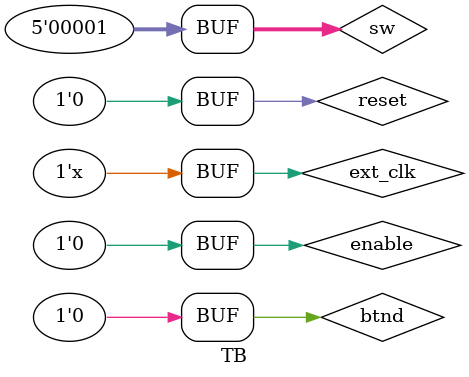
<source format=v>
`timescale 1ns / 1ps

module TB;

	// Inputs
	reg enable;
	reg reset;
	reg ext_clk;
	reg [4:0] sw;
	reg btnd;

	// Outputs
	wire [7:0] color;
	wire HSync;
	wire VSync;
	wire on;
	wire [3:0] an;
	wire [7:0] seg;

	// Instantiate the Unit Under Test (UUT)
	computer uut (
		.enable(enable), 
		.reset(reset), 
		.ext_clk(ext_clk), 
		.color(color), 
		.HSync(HSync), 
		.VSync(VSync),
		.sw(sw), 
		.btnd(btnd), 
		.an(an), 
		.seg(seg)
	);

	initial begin
		// Initialize Inputs
		enable = 0;
		reset = 1;
		ext_clk = 0;
		sw = 0;
		btnd = 0;
		
		#11;
		
		sw <= 1;
		#7 reset <= 0;
		
		#7 btnd <= 1;
		#72 btnd <= 0;
	

		
		#77 btnd <= 1;
		#72 btnd <= 0;
	

		
		#77 btnd <= 1;
		#72 btnd <= 0;
	

		
		#77 btnd <= 1;
		#27 btnd <= 0;
	

		
		#77 btnd <= 1;
		#2 btnd <= 0;
	

		
		#77 btnd <= 1;
		#72 btnd <= 0;
	

		
		#77 btnd <= 1;
		#72 btnd <= 0;
	

		
		#7 btnd <= 1;
		#2 btnd <= 0;
	

		// Wait 100 ns for global reset to finish
		#10000;
        
		// Add stimulus here

	end
	
	always #1 ext_clk = ~ext_clk;
      
endmodule


</source>
